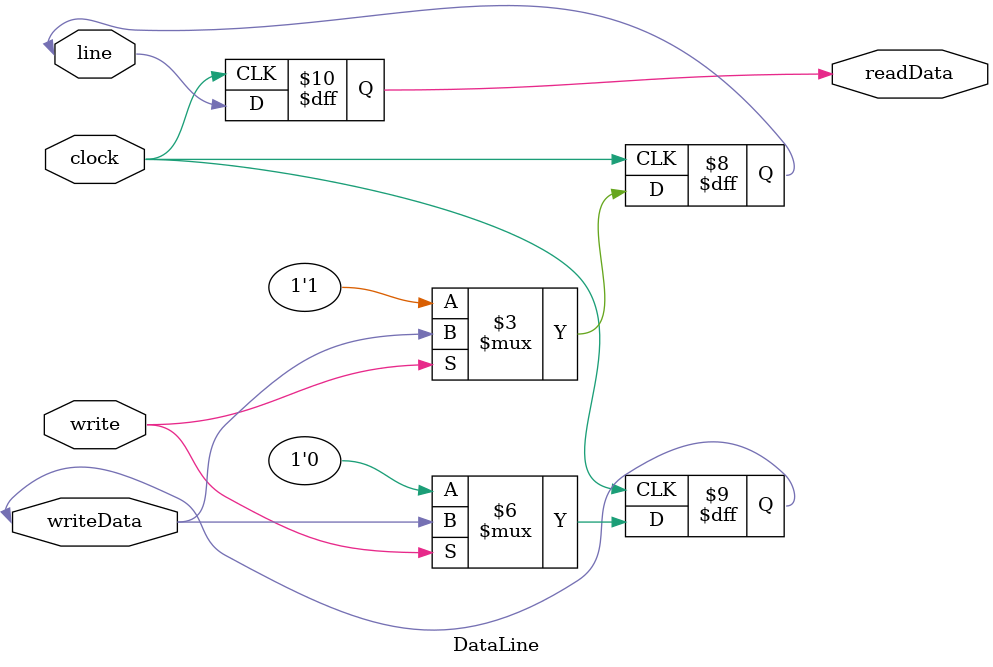
<source format=v>
module DataLine(
    input clock,
    inout line,
    input write,
    input writeData,
    output readData
);

    always @(posedge clock) begin
        if (write) begin
            line <= writeData;
        end else begin
            line <= 1'h1;
            writeData <= 1'h0;
        end
        readData <= line;
    end

endmodule: DataLine

</source>
